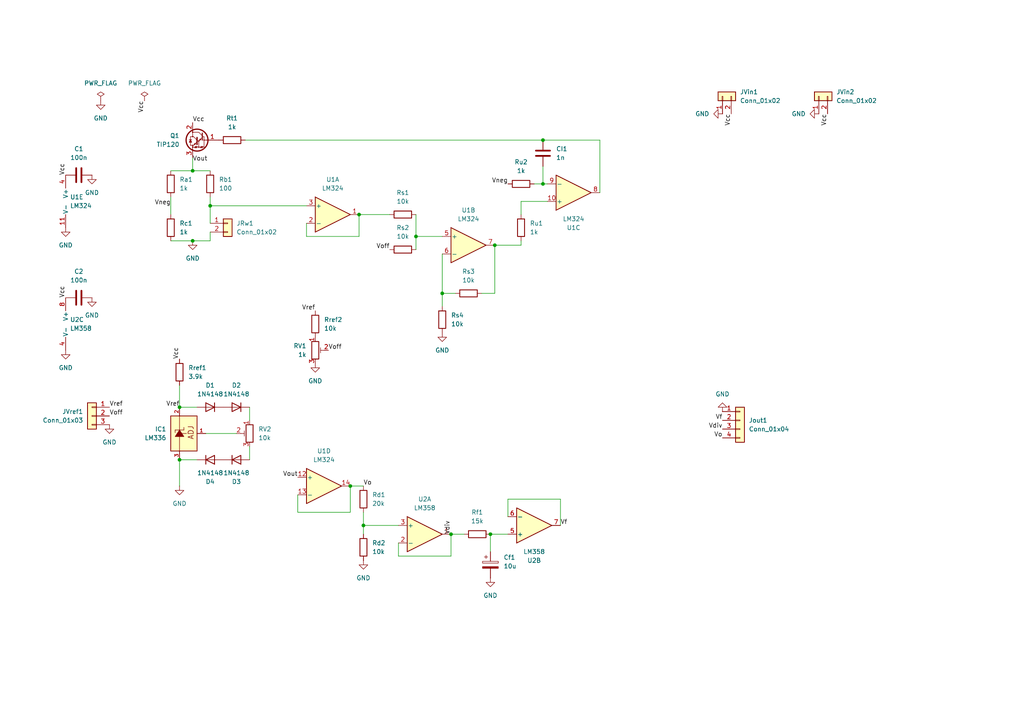
<source format=kicad_sch>
(kicad_sch (version 20250114) (generator "eeschema") (generator_version "9.0")
  (paper "A4")
  (lib_symbols
    (symbol "Amplifier_Operational:LM324" (pin_names (offset 0.127))
      (property "Reference" "U" (at 0 5.08 0))
      (property "Value" "LM324" (at 0 -5.08 0))
      (symbol "LM324_1_1"
        (polyline (pts (xy -5.08 5.08) (xy 5.08 0) (xy -5.08 -5.08) (xy -5.08 5.08)) (stroke (width 0.254)) (fill (type background)))
        (pin input line (at -7.62 2.54 0) (length 2.54) (name "+") (number "3"))
        (pin input line (at -7.62 -2.54 0) (length 2.54) (name "-") (number "2"))
        (pin output line (at 7.62 0 180) (length 2.54) (name "~") (number "1"))
      )
      (symbol "LM324_2_1"
        (polyline (pts (xy -5.08 5.08) (xy 5.08 0) (xy -5.08 -5.08) (xy -5.08 5.08)) (stroke (width 0.254)) (fill (type background)))
        (pin input line (at -7.62 2.54 0) (length 2.54) (name "+") (number "5"))
        (pin input line (at -7.62 -2.54 0) (length 2.54) (name "-") (number "6"))
        (pin output line (at 7.62 0 180) (length 2.54) (name "~") (number "7"))
      )
      (symbol "LM324_3_1"
        (polyline (pts (xy -5.08 5.08) (xy 5.08 0) (xy -5.08 -5.08) (xy -5.08 5.08)) (stroke (width 0.254)) (fill (type background)))
        (pin input line (at -7.62 2.54 0) (length 2.54) (name "+") (number "10"))
        (pin input line (at -7.62 -2.54 0) (length 2.54) (name "-") (number "9"))
        (pin output line (at 7.62 0 180) (length 2.54) (name "~") (number "8"))
      )
      (symbol "LM324_4_1"
        (polyline (pts (xy -5.08 5.08) (xy 5.08 0) (xy -5.08 -5.08) (xy -5.08 5.08)) (stroke (width 0.254)) (fill (type background)))
        (pin input line (at -7.62 2.54 0) (length 2.54) (name "+") (number "12"))
        (pin input line (at -7.62 -2.54 0) (length 2.54) (name "-") (number "13"))
        (pin output line (at 7.62 0 180) (length 2.54) (name "~") (number "14"))
      )
      (symbol "LM324_5_1"
        (pin power_in line (at -2.54 7.62 270) (length 3.81) (name "V+") (number "4"))
        (pin power_in line (at -2.54 -7.62 90) (length 3.81) (name "V-") (number "11"))
      )
    )
    (symbol "Amplifier_Operational:LM358" (pin_names (offset 0.127))
      (property "Reference" "U" (at 0 5.08 0))
      (property "Value" "LM358" (at 0 -5.08 0))
      (symbol "LM358_1_1"
        (polyline (pts (xy -5.08 5.08) (xy 5.08 0) (xy -5.08 -5.08) (xy -5.08 5.08)) (stroke (width 0.254)) (fill (type background)))
        (pin input line (at -7.62 2.54 0) (length 2.54) (name "+") (number "3"))
        (pin input line (at -7.62 -2.54 0) (length 2.54) (name "-") (number "2"))
        (pin output line (at 7.62 0 180) (length 2.54) (name "~") (number "1"))
      )
      (symbol "LM358_2_1"
        (polyline (pts (xy -5.08 5.08) (xy 5.08 0) (xy -5.08 -5.08) (xy -5.08 5.08)) (stroke (width 0.254)) (fill (type background)))
        (pin input line (at -7.62 2.54 0) (length 2.54) (name "+") (number "5"))
        (pin input line (at -7.62 -2.54 0) (length 2.54) (name "-") (number "6"))
        (pin output line (at 7.62 0 180) (length 2.54) (name "~") (number "7"))
      )
      (symbol "LM358_3_1"
        (pin power_in line (at -2.54 7.62 270) (length 3.81) (name "V+") (number "8"))
        (pin power_in line (at -2.54 -7.62 90) (length 3.81) (name "V-") (number "4"))
      )
    )
    (symbol "Connector_Generic:Conn_01x02" (pin_names (offset 1.016) (hide yes))
      (property "Reference" "J" (at 0 2.54 0))
      (property "Value" "Conn_01x02" (at 0 -5.08 0))
      (symbol "Conn_01x02_1_1"
        (rectangle (start -1.27 1.27) (end 1.27 -3.81) (stroke (width 0.254)) (fill (type background)))
        (rectangle (start -1.27 0.127) (end 0 -0.127) (stroke (width 0.1524)))
        (rectangle (start -1.27 -2.413) (end 0 -2.667) (stroke (width 0.1524)))
        (pin passive line (at -5.08 0 0) (length 3.81) (name "Pin_1") (number "1"))
        (pin passive line (at -5.08 -2.54 0) (length 3.81) (name "Pin_2") (number "2"))
      )
    )
    (symbol "Connector_Generic:Conn_01x03" (pin_names (offset 1.016) (hide yes))
      (property "Reference" "J" (at 0 5.08 0))
      (property "Value" "Conn_01x03" (at 0 -5.08 0))
      (symbol "Conn_01x03_1_1"
        (rectangle (start -1.27 3.81) (end 1.27 -3.81) (stroke (width 0.254)) (fill (type background)))
        (rectangle (start -1.27 2.667) (end 0 2.413) (stroke (width 0.1524)))
        (rectangle (start -1.27 0.127) (end 0 -0.127) (stroke (width 0.1524)))
        (rectangle (start -1.27 -2.413) (end 0 -2.667) (stroke (width 0.1524)))
        (pin passive line (at -5.08 2.54 0) (length 3.81) (name "Pin_1") (number "1"))
        (pin passive line (at -5.08 0 0) (length 3.81) (name "Pin_2") (number "2"))
        (pin passive line (at -5.08 -2.54 0) (length 3.81) (name "Pin_3") (number "3"))
      )
    )
    (symbol "Connector_Generic:Conn_01x04" (pin_names (offset 1.016) (hide yes))
      (property "Reference" "J" (at 0 5.08 0))
      (property "Value" "Conn_01x04" (at 0 -7.62 0))
      (symbol "Conn_01x04_1_1"
        (rectangle (start -1.27 3.81) (end 1.27 -6.35) (stroke (width 0.254)) (fill (type background)))
        (rectangle (start -1.27 2.667) (end 0 2.413) (stroke (width 0.1524)))
        (rectangle (start -1.27 0.127) (end 0 -0.127) (stroke (width 0.1524)))
        (rectangle (start -1.27 -2.413) (end 0 -2.667) (stroke (width 0.1524)))
        (rectangle (start -1.27 -4.953) (end 0 -5.207) (stroke (width 0.1524)))
        (pin passive line (at -5.08 2.54 0) (length 3.81) (name "Pin_1") (number "1"))
        (pin passive line (at -5.08 0 0) (length 3.81) (name "Pin_2") (number "2"))
        (pin passive line (at -5.08 -2.54 0) (length 3.81) (name "Pin_3") (number "3"))
        (pin passive line (at -5.08 -5.08 0) (length 3.81) (name "Pin_4") (number "4"))
      )
    )
    (symbol "Device:C" (pin_numbers (hide yes)) (pin_names (offset 0.254))
      (property "Reference" "C" (at 0.635 2.54 0))
      (property "Value" "C" (at 0.635 -2.54 0))
      (symbol "C_0_1"
        (polyline (pts (xy -2.032 0.762) (xy 2.032 0.762)) (stroke (width 0.508)))
        (polyline (pts (xy -2.032 -0.762) (xy 2.032 -0.762)) (stroke (width 0.508)))
      )
      (symbol "C_1_1"
        (pin passive line (at 0 3.81 270) (length 2.794) (name "~") (number "1"))
        (pin passive line (at 0 -3.81 90) (length 2.794) (name "~") (number "2"))
      )
    )
    (symbol "Device:C_Polarized" (pin_numbers (hide yes)) (pin_names (offset 0.254))
      (property "Reference" "C" (at 0.635 2.54 0))
      (property "Value" "C_Polarized" (at 0.635 -2.54 0))
      (symbol "C_Polarized_0_1"
        (rectangle (start -2.286 0.508) (end 2.286 1.016))
        (polyline (pts (xy -1.778 2.286) (xy -0.762 2.286)))
        (polyline (pts (xy -1.27 2.794) (xy -1.27 1.778)))
        (rectangle (start 2.286 -0.508) (end -2.286 -1.016) (fill (type outline)))
      )
      (symbol "C_Polarized_1_1"
        (pin passive line (at 0 3.81 270) (length 2.794) (name "~") (number "1"))
        (pin passive line (at 0 -3.81 90) (length 2.794) (name "~") (number "2"))
      )
    )
    (symbol "Device:R" (pin_numbers (hide yes)) (pin_names (offset 0))
      (property "Reference" "R" (at 2.032 0 90))
      (property "Value" "R" (at 0 0 90))
      (symbol "R_0_1"
        (rectangle (start -1.016 -2.54) (end 1.016 2.54) (stroke (width 0.254)))
      )
      (symbol "R_1_1"
        (pin passive line (at 0 3.81 270) (length 1.27) (name "~") (number "1"))
        (pin passive line (at 0 -3.81 90) (length 1.27) (name "~") (number "2"))
      )
    )
    (symbol "Device:R_Potentiometer_Trim" (pin_names (offset 1.016) (hide yes))
      (property "Reference" "RV" (at -4.445 0 90))
      (property "Value" "R_Potentiometer_Trim" (at -2.54 0 90))
      (symbol "R_Potentiometer_Trim_0_1"
        (rectangle (start 1.016 2.54) (end -1.016 -2.54) (stroke (width 0.254)))
        (polyline (pts (xy 1.524 0.762) (xy 1.524 -0.762)))
        (polyline (pts (xy 2.54 0) (xy 1.524 0)))
      )
      (symbol "R_Potentiometer_Trim_1_1"
        (pin passive line (at 0 3.81 270) (length 1.27) (name "1") (number "1"))
        (pin passive line (at 0 -3.81 90) (length 1.27) (name "3") (number "3"))
        (pin passive line (at 3.81 0 180) (length 1.27) (name "2") (number "2"))
      )
    )
    (symbol "Diode:1N4148" (pin_numbers (hide yes)) (pin_names (hide yes))
      (property "Reference" "D" (at 0 2.54 0))
      (property "Value" "1N4148" (at 0 -2.54 0))
      (symbol "1N4148_0_1"
        (polyline (pts (xy -1.27 1.27) (xy -1.27 -1.27)) (stroke (width 0.254)))
        (polyline (pts (xy 1.27 1.27) (xy 1.27 -1.27) (xy -1.27 0) (xy 1.27 1.27)) (stroke (width 0.254)))
        (polyline (pts (xy 1.27 0) (xy -1.27 0)))
      )
      (symbol "1N4148_1_1"
        (pin passive line (at -3.81 0 0) (length 2.54) (name "K") (number "1"))
        (pin passive line (at 3.81 0 180) (length 2.54) (name "A") (number "2"))
      )
    )
    (symbol "LM336:LM336" (pin_names (offset 1.016))
      (property "Reference" "IC" (at -5.0832 3.8124 0))
      (property "Value" "LM336" (at 2.5447 -7.6341 0))
      (symbol "LM336_0_0"
        (rectangle (start -5.08 -5.08) (end 5.08 2.54) (stroke (width 0.254)) (fill (type background)))
        (polyline (pts (xy 0 -2.032) (xy 0 -0.635)) (stroke (width 0.1524)))
        (polyline (pts (xy 0.254 1.27) (xy 1.016 1.27)) (stroke (width 0.1524)))
        (polyline (pts (xy 1.016 1.27) (xy 1.016 -1.27)) (stroke (width 0.1524)))
        (polyline (pts (xy 1.016 0) (xy -0.889 1.27) (xy -0.889 -1.27) (xy 1.016 0)) (stroke (width 0.1524)) (fill (type outline)))
        (polyline (pts (xy 1.016 -1.27) (xy 1.778 -1.27)) (stroke (width 0.1524)))
        (polyline (pts (xy 5.08 0) (xy -5.08 0)) (stroke (width 0.1524)))
        (text "ADJ" (at -1.7792 -4.1938 0) (effects (font (size 1.525 1.525)) (justify left bottom)))
        (pin input line (at -7.62 0 0) (length 2.54) (name "~") (number "3"))
        (pin input line (at 0 -7.62 90) (length 2.54) (name "~") (number "1"))
        (pin passive line (at 7.62 0 180) (length 2.54) (name "~") (number "2"))
      )
    )
    (symbol "Transistor_BJT:TIP120" (pin_names (offset 0) (hide yes))
      (property "Reference" "Q" (at 5.08 1.905 0))
      (property "Value" "TIP120" (at 5.08 0 0))
      (symbol "TIP120_0_1"
        (polyline (pts (xy -1.27 0) (xy -0.889 0)))
        (circle (center -0.762 0) (radius 0.127))
        (polyline (pts (xy -0.254 2.032) (xy -0.254 0) (xy -0.254 0)) (stroke (width 0.3048)))
        (polyline (pts (xy -0.254 1.27) (xy 0.762 2.286) (xy 2.54 2.286)))
        (polyline (pts (xy -0.254 1.016) (xy -0.762 1.016) (xy -0.762 -2.032)))
        (polyline (pts (xy -0.254 0.762) (xy 0.762 -0.254) (xy 1.27 -0.254)))
        (polyline (pts (xy 0.635 -0.127) (xy 0.381 0.381) (xy 0.127 0.127) (xy 0.635 -0.127)))
        (polyline (pts (xy 0.762 -0.254) (xy 0.762 -2.032) (xy 1.143 -2.032) (xy 1.27 -1.778) (xy 1.397 -2.286) (xy 1.524 -1.778) (xy 1.651 -2.286) (xy 1.778 -1.778) (xy 1.905 -2.286) (xy 2.032 -2.032) (xy 2.54 -2.032)))
        (circle (center 0.762 -0.254) (radius 0.127))
        (polyline (pts (xy 0.762 -2.032) (xy 0.381 -2.032) (xy 0.254 -2.286) (xy 0.127 -1.778) (xy 0 -2.286) (xy -0.127 -1.778) (xy -0.254 -2.286) (xy -0.381 -1.778) (xy -0.508 -2.032) (xy -0.762 -2.032)))
        (circle (center 0.762 -2.032) (radius 0.127))
        (polyline (pts (xy 1.27 0.762) (xy 1.27 -1.27) (xy 1.27 -1.27)) (stroke (width 0.381)))
        (polyline (pts (xy 1.27 0) (xy 2.286 1.016) (xy 2.54 1.016) (xy 2.54 2.286)))
        (circle (center 1.27 0) (radius 3.175) (stroke (width 0.3556)))
        (polyline (pts (xy 1.27 -0.508) (xy 2.286 -1.524) (xy 2.54 -1.524) (xy 2.54 -2.032)))
        (polyline (pts (xy 2.159 -1.397) (xy 1.905 -0.889) (xy 1.651 -1.143) (xy 2.159 -1.397)))
        (circle (center 2.54 2.286) (radius 0.127))
        (circle (center 2.54 1.016) (radius 0.127))
        (polyline (pts (xy 2.54 -1.524) (xy 3.175 -1.524)))
        (circle (center 2.54 -1.524) (radius 0.127))
        (polyline (pts (xy 2.54 -2.032) (xy 2.54 -2.54)))
        (circle (center 2.54 -2.032) (radius 0.127))
        (polyline (pts (xy 2.794 0.127) (xy 3.556 0.127)))
        (polyline (pts (xy 3.175 1.016) (xy 2.54 1.016)))
        (polyline (pts (xy 3.175 1.016) (xy 3.175 0.127)))
        (polyline (pts (xy 3.175 0.127) (xy 2.794 -0.635) (xy 3.556 -0.635) (xy 3.175 0.127)) (fill (type outline)))
        (polyline (pts (xy 3.175 -0.635) (xy 3.175 -1.524)))
      )
      (symbol "TIP120_1_1"
        (pin input line (at -5.08 0 0) (length 3.81) (name "B") (number "1"))
        (pin passive line (at 2.54 5.08 270) (length 2.667) (name "C") (number "2"))
        (pin passive line (at 2.54 -5.08 90) (length 2.54) (name "E") (number "3"))
      )
    )
    (symbol "power:GND" (power) (pin_numbers (hide yes)) (pin_names (offset 0) (hide yes))
      (property "Value" "GND" (at 0 -3.81 0))
      (symbol "GND_0_1"
        (polyline (pts (xy 0 0) (xy 0 -1.27) (xy 1.27 -1.27) (xy 0 -2.54) (xy -1.27 -1.27) (xy 0 -1.27)))
      )
      (symbol "GND_1_1"
        (pin power_in line (at 0 0 270) (length 0) (name "~") (number "1"))
      )
    )
    (symbol "power:PWR_FLAG" (power) (pin_numbers (hide yes)) (pin_names (offset 0) (hide yes))
      (property "Value" "PWR_FLAG" (at 0 3.81 0))
      (symbol "PWR_FLAG_0_0"
        (pin power_out line (at 0 0 90) (length 0) (name "~") (number "1"))
      )
      (symbol "PWR_FLAG_0_1"
        (polyline (pts (xy 0 0) (xy 0 1.27) (xy -1.016 1.905) (xy 0 2.54) (xy 1.016 1.905) (xy 0 1.27)))
      )
    )
  )
  (junction (at 157.48 53.34))
  (junction (at 157.48 40.64))
  (junction (at 120.65 68.58))
  (junction (at 52.07 133.35))
  (junction (at 52.07 118.11))
  (junction (at 101.6 140.97))
  (junction (at 55.88 69.85))
  (junction (at 143.51 71.12))
  (junction (at 104.14 62.23))
  (junction (at 60.96 59.69))
  (junction (at 128.27 85.09))
  (junction (at 105.41 152.4))
  (junction (at 130.81 154.94))
  (junction (at 142.24 154.94))
  (junction (at 55.88 49.53))
  (wire (pts (xy 49.53 69.85) (xy 55.88 69.85)))
  (wire (pts (xy 72.39 129.54) (xy 72.39 133.35)))
  (wire (pts (xy 104.14 68.58) (xy 104.14 62.23)))
  (wire (pts (xy 157.48 40.64) (xy 173.99 40.64)))
  (wire (pts (xy 49.53 49.53) (xy 55.88 49.53)))
  (wire (pts (xy 139.7 85.09) (xy 143.51 85.09)))
  (wire (pts (xy 104.14 62.23) (xy 113.03 62.23)))
  (wire (pts (xy 55.88 45.72) (xy 55.88 49.53)))
  (wire (pts (xy 105.41 152.4) (xy 115.57 152.4)))
  (wire (pts (xy 151.13 62.23) (xy 151.13 58.42)))
  (wire (pts (xy 55.88 69.85) (xy 60.96 69.85)))
  (wire (pts (xy 143.51 85.09) (xy 143.51 71.12)))
  (wire (pts (xy 105.41 152.4) (xy 105.41 154.94)))
  (wire (pts (xy 55.88 49.53) (xy 60.96 49.53)))
  (wire (pts (xy 101.6 140.97) (xy 105.41 140.97)))
  (wire (pts (xy 128.27 73.66) (xy 128.27 85.09)))
  (wire (pts (xy 88.9 68.58) (xy 104.14 68.58)))
  (wire (pts (xy 151.13 71.12) (xy 143.51 71.12)))
  (wire (pts (xy 71.12 40.64) (xy 157.48 40.64)))
  (wire (pts (xy 173.99 40.64) (xy 173.99 55.88)))
  (wire (pts (xy 59.69 125.73) (xy 68.58 125.73)))
  (wire (pts (xy 52.07 111.76) (xy 52.07 118.11)))
  (wire (pts (xy 157.48 53.34) (xy 158.75 53.34)))
  (wire (pts (xy 151.13 69.85) (xy 151.13 71.12)))
  (wire (pts (xy 72.39 118.11) (xy 72.39 121.92)))
  (wire (pts (xy 101.6 148.59) (xy 101.6 140.97)))
  (wire (pts (xy 130.81 154.94) (xy 134.62 154.94)))
  (wire (pts (xy 128.27 85.09) (xy 132.08 85.09)))
  (wire (pts (xy 128.27 85.09) (xy 128.27 88.9)))
  (wire (pts (xy 130.81 161.29) (xy 130.81 154.94)))
  (wire (pts (xy 60.96 59.69) (xy 60.96 64.77)))
  (wire (pts (xy 115.57 161.29) (xy 130.81 161.29)))
  (wire (pts (xy 128.27 68.58) (xy 120.65 68.58)))
  (wire (pts (xy 142.24 154.94) (xy 142.24 160.02)))
  (wire (pts (xy 147.32 149.86) (xy 147.32 144.78)))
  (wire (pts (xy 52.07 133.35) (xy 52.07 140.97)))
  (wire (pts (xy 162.56 144.78) (xy 162.56 152.4)))
  (wire (pts (xy 60.96 69.85) (xy 60.96 67.31)))
  (wire (pts (xy 49.53 57.15) (xy 49.53 62.23)))
  (wire (pts (xy 115.57 157.48) (xy 115.57 161.29)))
  (wire (pts (xy 151.13 58.42) (xy 158.75 58.42)))
  (wire (pts (xy 88.9 64.77) (xy 88.9 68.58)))
  (wire (pts (xy 154.94 53.34) (xy 157.48 53.34)))
  (wire (pts (xy 142.24 154.94) (xy 147.32 154.94)))
  (wire (pts (xy 120.65 68.58) (xy 120.65 72.39)))
  (wire (pts (xy 52.07 133.35) (xy 57.15 133.35)))
  (wire (pts (xy 105.41 148.59) (xy 105.41 152.4)))
  (wire (pts (xy 157.48 48.26) (xy 157.48 53.34)))
  (wire (pts (xy 52.07 118.11) (xy 57.15 118.11)))
  (wire (pts (xy 86.36 143.51) (xy 86.36 148.59)))
  (wire (pts (xy 147.32 144.78) (xy 162.56 144.78)))
  (wire (pts (xy 86.36 148.59) (xy 101.6 148.59)))
  (wire (pts (xy 60.96 57.15) (xy 60.96 59.69)))
  (wire (pts (xy 120.65 62.23) (xy 120.65 68.58)))
  (wire (pts (xy 60.96 59.69) (xy 88.9 59.69)))
  (label "Vcc" (at 240.03 33.02 270))
  (label "Vcc" (at 55.88 35.56 0))
  (label "Vf" (at 162.56 152.4 0))
  (label "Vout" (at 55.88 46.99 0))
  (label "Vref" (at 91.44 90.17 180))
  (label "Vo" (at 105.41 140.97 0))
  (label "Vneg" (at 147.32 53.34 180))
  (label "Vcc" (at 52.07 104.14 90))
  (label "Vf" (at 209.55 121.92 180))
  (label "Voff" (at 95.25 101.6 0))
  (label "Vref" (at 31.75 118.11 0))
  (label "Vref" (at 52.07 118.11 180))
  (label "Voff" (at 113.03 72.39 180))
  (label "Voff" (at 31.75 120.65 0))
  (label "Vout" (at 86.36 138.43 180))
  (label "Vcc" (at 212.09 33.02 270))
  (label "Vcc" (at 19.05 50.8 90))
  (label "Vneg" (at 49.53 59.69 180))
  (label "Vdiv" (at 130.81 154.94 90))
  (label "Vo" (at 209.55 127 180))
  (label "Vcc" (at 41.91 29.21 270))
  (label "Vdiv" (at 209.55 124.46 180))
  (label "Vcc" (at 19.05 86.36 90))
  (symbol (lib_id "Device:R") (at 49.53 53.34 0) (unit 1)
    (property "Reference" "Ra1" (at 52.07 52.0699 0) (effects (justify left)))
    (property "Value" "1k" (at 52.07 54.6099 0) (effects (justify left)))
    (property "Footprint" "Resistor_THT:R_Axial_DIN0207_L6.3mm_D2.5mm_P10.16mm_Horizontal" (effects (hide yes)))
    (property "Description" "Resistor" (effects (hide yes)))
  )
  (symbol (lib_id "Diode:1N4148") (at 68.58 118.11 0) (mirror y) (unit 1)
    (property "Reference" "D2" (at 68.58 111.76 0))
    (property "Value" "1N4148" (at 68.58 114.3 0))
    (property "Footprint" "Diode_THT:D_DO-35_SOD27_P7.62mm_Horizontal" (effects (hide yes)))
    (property "Datasheet" "https://assets.nexperia.com/documents/data-sheet/1N4148_1N4448.pdf" (effects (hide yes)))
    (property "Description" "100V 0.15A standard switching diode, DO-35" (effects (hide yes)))
    (property "Sim.Device" "D" (effects (hide yes)))
    (property "Sim.Pins" "1=K 2=A" (effects (hide yes)))
  )
  (symbol (lib_id "Device:R_Potentiometer_Trim") (at 72.39 125.73 0) (mirror y) (unit 1)
    (property "Reference" "RV2" (at 74.93 124.4599 0) (effects (justify right)))
    (property "Value" "10k" (at 74.93 126.9999 0) (effects (justify right)))
    (property "Footprint" "Potentiometer_THT:Potentiometer_Bourns_3296W_Vertical" (effects (hide yes)))
    (property "Description" "Trim-potentiometer" (effects (hide yes)))
  )
  (symbol (lib_id "Device:C_Polarized") (at 142.24 163.83 0) (unit 1)
    (property "Reference" "Cf1" (at 146.05 161.6709 0) (effects (justify left)))
    (property "Value" "10u" (at 146.05 164.2109 0) (effects (justify left)))
    (property "Footprint" "Capacitor_THT:CP_Radial_D5.0mm_P2.50mm" (effects (hide yes)))
    (property "Description" "Polarized capacitor" (effects (hide yes)))
  )
  (symbol (lib_id "Device:R") (at 105.41 144.78 180) (unit 1)
    (property "Reference" "Rd1" (at 107.95 143.5099 0) (effects (justify right)))
    (property "Value" "20k" (at 107.95 146.0499 0) (effects (justify right)))
    (property "Footprint" "Resistor_THT:R_Axial_DIN0207_L6.3mm_D2.5mm_P10.16mm_Horizontal" (effects (hide yes)))
    (property "Description" "Resistor" (effects (hide yes)))
  )
  (symbol (lib_id "Device:R") (at 116.84 72.39 90) (unit 1)
    (property "Reference" "Rs2" (at 116.84 66.04 90))
    (property "Value" "10k" (at 116.84 68.58 90))
    (property "Footprint" "Resistor_THT:R_Axial_DIN0207_L6.3mm_D2.5mm_P10.16mm_Horizontal" (effects (hide yes)))
    (property "Description" "Resistor" (effects (hide yes)))
  )
  (symbol (lib_id "Device:R") (at 105.41 158.75 180) (unit 1)
    (property "Reference" "Rd2" (at 107.95 157.4799 0) (effects (justify right)))
    (property "Value" "10k" (at 107.95 160.0199 0) (effects (justify right)))
    (property "Footprint" "Resistor_THT:R_Axial_DIN0207_L6.3mm_D2.5mm_P10.16mm_Horizontal" (effects (hide yes)))
    (property "Description" "Resistor" (effects (hide yes)))
  )
  (symbol (lib_id "power:GND") (at 31.75 123.19 0) (unit 1)
    (property "Reference" "#PWR014" (effects (hide yes)))
    (property "Value" "GND" (at 31.75 128.27 0))
    (property "Description" "Power symbol creates a global label with name \"GND\" , ground" (effects (hide yes)))
  )
  (symbol (lib_id "Diode:1N4148") (at 60.96 133.35 0) (mirror x) (unit 1)
    (property "Reference" "D4" (at 60.96 139.7 0))
    (property "Value" "1N4148" (at 60.96 137.16 0))
    (property "Footprint" "Diode_THT:D_DO-35_SOD27_P7.62mm_Horizontal" (effects (hide yes)))
    (property "Datasheet" "https://assets.nexperia.com/documents/data-sheet/1N4148_1N4448.pdf" (effects (hide yes)))
    (property "Description" "100V 0.15A standard switching diode, DO-35" (effects (hide yes)))
    (property "Sim.Device" "D" (effects (hide yes)))
    (property "Sim.Pins" "1=K 2=A" (effects (hide yes)))
  )
  (symbol (lib_id "Amplifier_Operational:LM358") (at 123.19 154.94 0) (unit 1)
    (property "Reference" "U2" (at 123.19 144.78 0))
    (property "Value" "LM358" (at 123.19 147.32 0))
    (property "Footprint" "Package_DIP:DIP-8_W7.62mm_Socket_LongPads" (effects (hide yes)))
    (property "Datasheet" "http://www.ti.com/lit/ds/symlink/lm2904-n.pdf" (effects (hide yes)))
    (property "Description" "Low-Power, Dual Operational Amplifiers, DIP-8/SOIC-8/TO-99-8" (effects (hide yes)))
  )
  (symbol (lib_id "Amplifier_Operational:LM358") (at 154.94 152.4 0) (mirror x) (unit 2)
    (property "Reference" "U2" (at 154.94 162.56 0))
    (property "Value" "LM358" (at 154.94 160.02 0))
    (property "Footprint" "Package_DIP:DIP-8_W7.62mm_Socket_LongPads" (effects (hide yes)))
    (property "Datasheet" "http://www.ti.com/lit/ds/symlink/lm2904-n.pdf" (effects (hide yes)))
    (property "Description" "Low-Power, Dual Operational Amplifiers, DIP-8/SOIC-8/TO-99-8" (effects (hide yes)))
  )
  (symbol (lib_id "power:GND") (at 142.24 167.64 0) (unit 1)
    (property "Reference" "#PWR09" (effects (hide yes)))
    (property "Value" "GND" (at 142.24 172.72 0))
    (property "Description" "Power symbol creates a global label with name \"GND\" , ground" (effects (hide yes)))
  )
  (symbol (lib_id "Device:R") (at 151.13 66.04 180) (unit 1)
    (property "Reference" "Ru1" (at 153.67 64.7699 0) (effects (justify right)))
    (property "Value" "1k" (at 153.67 67.3099 0) (effects (justify right)))
    (property "Footprint" "Resistor_THT:R_Axial_DIN0207_L6.3mm_D2.5mm_P10.16mm_Horizontal" (effects (hide yes)))
    (property "Description" "Resistor" (effects (hide yes)))
  )
  (symbol (lib_id "power:GND") (at 26.67 86.36 0) (unit 1)
    (property "Reference" "#PWR07" (effects (hide yes)))
    (property "Value" "GND" (at 26.67 91.44 0))
    (property "Description" "Power symbol creates a global label with name \"GND\" , ground" (effects (hide yes)))
  )
  (symbol (lib_id "power:GND") (at 209.55 33.02 270) (unit 1)
    (property "Reference" "#PWR010" (effects (hide yes)))
    (property "Value" "GND" (at 205.74 33.0199 90) (effects (justify right)))
    (property "Description" "Power symbol creates a global label with name \"GND\" , ground" (effects (hide yes)))
  )
  (symbol (lib_id "Amplifier_Operational:LM324") (at 96.52 62.23 0) (unit 1)
    (property "Reference" "U1" (at 96.52 52.07 0))
    (property "Value" "LM324" (at 96.52 54.61 0))
    (property "Footprint" "Package_DIP:DIP-14_W7.62mm_LongPads" (effects (hide yes)))
    (property "Datasheet" "http://www.ti.com/lit/ds/symlink/lm2902-n.pdf" (effects (hide yes)))
    (property "Description" "Low-Power, Quad-Operational Amplifiers, DIP-14/SOIC-14/SSOP-14" (effects (hide yes)))
  )
  (symbol (lib_id "Connector_Generic:Conn_01x04") (at 214.63 121.92 0) (unit 1)
    (property "Reference" "Jout1" (at 217.17 121.9199 0) (effects (justify left)))
    (property "Value" "Conn_01x04" (at 217.17 124.4599 0) (effects (justify left)))
    (property "Footprint" "Connector_PinHeader_2.54mm:PinHeader_1x04_P2.54mm_Vertical" (effects (hide yes)))
    (property "Description" "Generic connector, single row, 01x04, script generated (kicad-library-utils/schlib/autogen/connector/)" (effects (hide yes)))
  )
  (symbol (lib_id "power:GND") (at 29.21 29.21 0) (unit 1)
    (property "Reference" "#PWR02" (effects (hide yes)))
    (property "Value" "GND" (at 29.21 34.29 0))
    (property "Description" "Power symbol creates a global label with name \"GND\" , ground" (effects (hide yes)))
  )
  (symbol (lib_id "Device:C") (at 157.48 44.45 0) (unit 1)
    (property "Reference" "CI1" (at 161.29 43.1799 0) (effects (justify left)))
    (property "Value" "1n" (at 161.29 45.7199 0) (effects (justify left)))
    (property "Footprint" "Capacitor_THT:C_Rect_L7.2mm_W3.5mm_P5.00mm_FKS2_FKP2_MKS2_MKP2" (effects (hide yes)))
    (property "Description" "Unpolarized capacitor" (effects (hide yes)))
  )
  (symbol (lib_id "Amplifier_Operational:LM324") (at 93.98 140.97 0) (unit 4)
    (property "Reference" "U1" (at 93.98 130.81 0))
    (property "Value" "LM324" (at 93.98 133.35 0))
    (property "Footprint" "Package_DIP:DIP-14_W7.62mm_LongPads" (effects (hide yes)))
    (property "Datasheet" "http://www.ti.com/lit/ds/symlink/lm2902-n.pdf" (effects (hide yes)))
    (property "Description" "Low-Power, Quad-Operational Amplifiers, DIP-14/SOIC-14/SSOP-14" (effects (hide yes)))
  )
  (symbol (lib_id "Device:R") (at 116.84 62.23 90) (unit 1)
    (property "Reference" "Rs1" (at 116.84 55.88 90))
    (property "Value" "10k" (at 116.84 58.42 90))
    (property "Footprint" "Resistor_THT:R_Axial_DIN0207_L6.3mm_D2.5mm_P10.16mm_Horizontal" (effects (hide yes)))
    (property "Description" "Resistor" (effects (hide yes)))
  )
  (symbol (lib_id "Amplifier_Operational:LM324") (at 21.59 58.42 0) (unit 5)
    (property "Reference" "U1" (at 20.32 57.1499 0) (effects (justify left)))
    (property "Value" "LM324" (at 20.32 59.6899 0) (effects (justify left)))
    (property "Footprint" "Package_DIP:DIP-14_W7.62mm_LongPads" (effects (hide yes)))
    (property "Datasheet" "http://www.ti.com/lit/ds/symlink/lm2902-n.pdf" (effects (hide yes)))
    (property "Description" "Low-Power, Quad-Operational Amplifiers, DIP-14/SOIC-14/SSOP-14" (effects (hide yes)))
  )
  (symbol (lib_id "Connector_Generic:Conn_01x03") (at 26.67 120.65 0) (mirror y) (unit 1)
    (property "Reference" "JVref1" (at 24.13 119.3799 0) (effects (justify left)))
    (property "Value" "Conn_01x03" (at 24.13 121.9199 0) (effects (justify left)))
    (property "Footprint" "Connector_PinHeader_2.54mm:PinHeader_1x03_P2.54mm_Vertical" (effects (hide yes)))
    (property "Description" "Generic connector, single row, 01x03, script generated (kicad-library-utils/schlib/autogen/connector/)" (effects (hide yes)))
  )
  (symbol (lib_id "Diode:1N4148") (at 68.58 133.35 0) (mirror x) (unit 1)
    (property "Reference" "D3" (at 68.58 139.7 0))
    (property "Value" "1N4148" (at 68.58 137.16 0))
    (property "Footprint" "Diode_THT:D_DO-35_SOD27_P7.62mm_Horizontal" (effects (hide yes)))
    (property "Datasheet" "https://assets.nexperia.com/documents/data-sheet/1N4148_1N4448.pdf" (effects (hide yes)))
    (property "Description" "100V 0.15A standard switching diode, DO-35" (effects (hide yes)))
    (property "Sim.Device" "D" (effects (hide yes)))
    (property "Sim.Pins" "1=K 2=A" (effects (hide yes)))
  )
  (symbol (lib_id "power:GND") (at 105.41 162.56 0) (unit 1)
    (property "Reference" "#PWR06" (effects (hide yes)))
    (property "Value" "GND" (at 105.41 167.64 0))
    (property "Description" "Power symbol creates a global label with name \"GND\" , ground" (effects (hide yes)))
  )
  (symbol (lib_id "power:PWR_FLAG") (at 41.91 29.21 0) (unit 1)
    (property "Reference" "#FLG01" (effects (hide yes)))
    (property "Value" "PWR_FLAG" (at 41.91 24.13 0))
    (property "Description" "Special symbol for telling ERC where power comes from" (effects (hide yes)))
  )
  (symbol (lib_id "power:GND") (at 26.67 50.8 0) (unit 1)
    (property "Reference" "#PWR08" (effects (hide yes)))
    (property "Value" "GND" (at 26.67 55.88 0))
    (property "Description" "Power symbol creates a global label with name \"GND\" , ground" (effects (hide yes)))
  )
  (symbol (lib_id "power:GND") (at 52.07 140.97 0) (unit 1)
    (property "Reference" "#PWR013" (effects (hide yes)))
    (property "Value" "GND" (at 52.07 146.05 0))
    (property "Description" "Power symbol creates a global label with name \"GND\" , ground" (effects (hide yes)))
  )
  (symbol (lib_id "Device:C") (at 22.86 86.36 90) (unit 1)
    (property "Reference" "C2" (at 22.86 78.74 90))
    (property "Value" "100n" (at 22.86 81.28 90))
    (property "Footprint" "Capacitor_THT:C_Disc_D5.0mm_W2.5mm_P2.50mm" (effects (hide yes)))
    (property "Description" "Unpolarized capacitor" (effects (hide yes)))
  )
  (symbol (lib_id "Device:R") (at 52.07 107.95 180) (unit 1)
    (property "Reference" "Rref1" (at 54.61 106.6799 0) (effects (justify right)))
    (property "Value" "3.9k" (at 54.61 109.2199 0) (effects (justify right)))
    (property "Footprint" "Resistor_THT:R_Axial_DIN0207_L6.3mm_D2.5mm_P10.16mm_Horizontal" (effects (hide yes)))
    (property "Description" "Resistor" (effects (hide yes)))
  )
  (symbol (lib_id "Device:R") (at 135.89 85.09 90) (unit 1)
    (property "Reference" "Rs3" (at 135.89 78.74 90))
    (property "Value" "10k" (at 135.89 81.28 90))
    (property "Footprint" "Resistor_THT:R_Axial_DIN0207_L6.3mm_D2.5mm_P10.16mm_Horizontal" (effects (hide yes)))
    (property "Description" "Resistor" (effects (hide yes)))
  )
  (symbol (lib_id "Connector_Generic:Conn_01x02") (at 66.04 64.77 0) (unit 1)
    (property "Reference" "JRw1" (at 68.58 64.7699 0) (effects (justify left)))
    (property "Value" "Conn_01x02" (at 68.58 67.3099 0) (effects (justify left)))
    (property "Footprint" "Connector_PinHeader_2.54mm:PinHeader_1x02_P2.54mm_Vertical" (effects (hide yes)))
    (property "Description" "Generic connector, single row, 01x02, script generated (kicad-library-utils/schlib/autogen/connector/)" (effects (hide yes)))
  )
  (symbol (lib_id "Amplifier_Operational:LM358") (at 21.59 93.98 0) (unit 3)
    (property "Reference" "U2" (at 20.32 92.7099 0) (effects (justify left)))
    (property "Value" "LM358" (at 20.32 95.2499 0) (effects (justify left)))
    (property "Footprint" "Package_DIP:DIP-8_W7.62mm_Socket_LongPads" (effects (hide yes)))
    (property "Datasheet" "http://www.ti.com/lit/ds/symlink/lm2904-n.pdf" (effects (hide yes)))
    (property "Description" "Low-Power, Dual Operational Amplifiers, DIP-8/SOIC-8/TO-99-8" (effects (hide yes)))
  )
  (symbol (lib_id "power:GND") (at 55.88 69.85 0) (unit 1)
    (property "Reference" "#PWR01" (effects (hide yes)))
    (property "Value" "GND" (at 55.88 74.93 0))
    (property "Description" "Power symbol creates a global label with name \"GND\" , ground" (effects (hide yes)))
  )
  (symbol (lib_id "power:GND") (at 19.05 101.6 0) (unit 1)
    (property "Reference" "#PWR05" (effects (hide yes)))
    (property "Value" "GND" (at 19.05 106.68 0))
    (property "Description" "Power symbol creates a global label with name \"GND\" , ground" (effects (hide yes)))
  )
  (symbol (lib_id "LM336:LM336") (at 52.07 125.73 90) (unit 1)
    (property "Reference" "IC1" (at 48.26 124.4599 90) (effects (justify left)))
    (property "Value" "LM336" (at 48.26 126.9999 90) (effects (justify left)))
    (property "Footprint" "Package_TO_SOT_THT:TO-92L_Inline_Wide" (effects (hide yes)))
    (property "MF" "Texas Instruments" (effects (hide yes)))
    (property "Description_1" "IC VREF SHUNT 4% TO92-3" (effects (hide yes)))
    (property "Package" "None" (effects (hide yes)))
    (property "Price" "None" (effects (hide yes)))
    (property "SnapEDA_Link" "https://www.snapeda.com/parts/LM336/Texas+Instruments/view-part/?ref=snap" (effects (hide yes)))
    (property "MP" "LM336" (effects (hide yes)))
    (property "Availability" "In Stock" (effects (hide yes)))
    (property "Check_prices" "https://www.snapeda.com/parts/LM336/Texas+Instruments/view-part/?ref=eda" (effects (hide yes)))
  )
  (symbol (lib_id "Connector_Generic:Conn_01x02") (at 209.55 27.94 90) (unit 1)
    (property "Reference" "JVin1" (at 214.63 26.6699 90) (effects (justify right)))
    (property "Value" "Conn_01x02" (at 214.63 29.2099 90) (effects (justify right)))
    (property "Footprint" "TerminalBlock_Phoenix:TerminalBlock_Phoenix_MKDS-1,5-2-5.08_1x02_P5.08mm_Horizontal" (effects (hide yes)))
    (property "Description" "Generic connector, single row, 01x02, script generated (kicad-library-utils/schlib/autogen/connector/)" (effects (hide yes)))
  )
  (symbol (lib_id "Device:R") (at 60.96 53.34 0) (unit 1)
    (property "Reference" "Rb1" (at 63.5 52.0699 0) (effects (justify left)))
    (property "Value" "100" (at 63.5 54.6099 0) (effects (justify left)))
    (property "Footprint" "Resistor_THT:R_Axial_DIN0414_L11.9mm_D4.5mm_P15.24mm_Horizontal" (effects (hide yes)))
    (property "Description" "Resistor" (effects (hide yes)))
  )
  (symbol (lib_id "Device:R") (at 128.27 92.71 180) (unit 1)
    (property "Reference" "Rs4" (at 130.81 91.4399 0) (effects (justify right)))
    (property "Value" "10k" (at 130.81 93.9799 0) (effects (justify right)))
    (property "Footprint" "Resistor_THT:R_Axial_DIN0207_L6.3mm_D2.5mm_P10.16mm_Horizontal" (effects (hide yes)))
    (property "Description" "Resistor" (effects (hide yes)))
  )
  (symbol (lib_id "Diode:1N4148") (at 60.96 118.11 0) (mirror y) (unit 1)
    (property "Reference" "D1" (at 60.96 111.76 0))
    (property "Value" "1N4148" (at 60.96 114.3 0))
    (property "Footprint" "Diode_THT:D_DO-35_SOD27_P7.62mm_Horizontal" (effects (hide yes)))
    (property "Datasheet" "https://assets.nexperia.com/documents/data-sheet/1N4148_1N4448.pdf" (effects (hide yes)))
    (property "Description" "100V 0.15A standard switching diode, DO-35" (effects (hide yes)))
    (property "Sim.Device" "D" (effects (hide yes)))
    (property "Sim.Pins" "1=K 2=A" (effects (hide yes)))
  )
  (symbol (lib_id "Device:R") (at 138.43 154.94 90) (unit 1)
    (property "Reference" "Rf1" (at 138.43 148.59 90))
    (property "Value" "15k" (at 138.43 151.13 90))
    (property "Footprint" "Resistor_THT:R_Axial_DIN0207_L6.3mm_D2.5mm_P10.16mm_Horizontal" (effects (hide yes)))
    (property "Description" "Resistor" (effects (hide yes)))
  )
  (symbol (lib_id "Device:R") (at 91.44 93.98 180) (unit 1)
    (property "Reference" "Rref2" (at 93.98 92.7099 0) (effects (justify right)))
    (property "Value" "10k" (at 93.98 95.2499 0) (effects (justify right)))
    (property "Footprint" "Resistor_THT:R_Axial_DIN0207_L6.3mm_D2.5mm_P10.16mm_Horizontal" (effects (hide yes)))
    (property "Description" "Resistor" (effects (hide yes)))
  )
  (symbol (lib_id "Device:C") (at 22.86 50.8 90) (unit 1)
    (property "Reference" "C1" (at 22.86 43.18 90))
    (property "Value" "100n" (at 22.86 45.72 90))
    (property "Footprint" "Capacitor_THT:C_Disc_D5.0mm_W2.5mm_P2.50mm" (effects (hide yes)))
    (property "Description" "Unpolarized capacitor" (effects (hide yes)))
  )
  (symbol (lib_id "Device:R") (at 67.31 40.64 90) (unit 1)
    (property "Reference" "Rt1" (at 67.31 34.29 90))
    (property "Value" "1k" (at 67.31 36.83 90))
    (property "Footprint" "Resistor_THT:R_Axial_DIN0207_L6.3mm_D2.5mm_P10.16mm_Horizontal" (effects (hide yes)))
    (property "Description" "Resistor" (effects (hide yes)))
  )
  (symbol (lib_id "Amplifier_Operational:LM324") (at 166.37 55.88 0) (mirror x) (unit 3)
    (property "Reference" "U1" (at 166.37 66.04 0))
    (property "Value" "LM324" (at 166.37 63.5 0))
    (property "Footprint" "Package_DIP:DIP-14_W7.62mm_LongPads" (effects (hide yes)))
    (property "Datasheet" "http://www.ti.com/lit/ds/symlink/lm2902-n.pdf" (effects (hide yes)))
    (property "Description" "Low-Power, Quad-Operational Amplifiers, DIP-14/SOIC-14/SSOP-14" (effects (hide yes)))
  )
  (symbol (lib_id "power:PWR_FLAG") (at 29.21 29.21 0) (unit 1)
    (property "Reference" "#FLG02" (effects (hide yes)))
    (property "Value" "PWR_FLAG" (at 29.21 24.13 0))
    (property "Description" "Special symbol for telling ERC where power comes from" (effects (hide yes)))
  )
  (symbol (lib_id "power:GND") (at 91.44 105.41 0) (unit 1)
    (property "Reference" "#PWR015" (effects (hide yes)))
    (property "Value" "GND" (at 91.44 110.49 0))
    (property "Description" "Power symbol creates a global label with name \"GND\" , ground" (effects (hide yes)))
  )
  (symbol (lib_id "Connector_Generic:Conn_01x02") (at 237.49 27.94 90) (unit 1)
    (property "Reference" "JVin2" (at 242.57 26.6699 90) (effects (justify right)))
    (property "Value" "Conn_01x02" (at 242.57 29.2099 90) (effects (justify right)))
    (property "Footprint" "TerminalBlock_Phoenix:TerminalBlock_Phoenix_MKDS-1,5-2-5.08_1x02_P5.08mm_Horizontal" (effects (hide yes)))
    (property "Description" "Generic connector, single row, 01x02, script generated (kicad-library-utils/schlib/autogen/connector/)" (effects (hide yes)))
  )
  (symbol (lib_id "power:GND") (at 19.05 66.04 0) (unit 1)
    (property "Reference" "#PWR03" (effects (hide yes)))
    (property "Value" "GND" (at 19.05 71.12 0))
    (property "Description" "Power symbol creates a global label with name \"GND\" , ground" (effects (hide yes)))
  )
  (symbol (lib_id "Transistor_BJT:TIP120") (at 58.42 40.64 0) (mirror y) (unit 1)
    (property "Reference" "Q1" (at 52.07 39.3699 0) (effects (justify left)))
    (property "Value" "TIP120" (at 52.07 41.9099 0) (effects (justify left)))
    (property "Footprint" "Package_TO_SOT_THT:TO-220-3_Vertical" (effects (hide yes)))
    (property "Datasheet" "https://www.onsemi.com/pub/Collateral/TIP120-D.PDF" (effects (hide yes)))
    (property "Description" "5A Ic, 60V Vce, Silicon Darlington Power NPN Transistor, TO-220" (effects (hide yes)))
  )
  (symbol (lib_id "Device:R_Potentiometer_Trim") (at 91.44 101.6 0) (unit 1)
    (property "Reference" "RV1" (at 88.9 100.3299 0) (effects (justify right)))
    (property "Value" "1k" (at 88.9 102.8699 0) (effects (justify right)))
    (property "Footprint" "Potentiometer_THT:Potentiometer_Bourns_3296W_Vertical" (effects (hide yes)))
    (property "Description" "Trim-potentiometer" (effects (hide yes)))
  )
  (symbol (lib_id "Device:R") (at 49.53 66.04 0) (unit 1)
    (property "Reference" "Rc1" (at 52.07 64.7699 0) (effects (justify left)))
    (property "Value" "1k" (at 52.07 67.3099 0) (effects (justify left)))
    (property "Footprint" "Resistor_THT:R_Axial_DIN0207_L6.3mm_D2.5mm_P10.16mm_Horizontal" (effects (hide yes)))
    (property "Description" "Resistor" (effects (hide yes)))
  )
  (symbol (lib_id "Amplifier_Operational:LM324") (at 135.89 71.12 0) (unit 2)
    (property "Reference" "U1" (at 135.89 60.96 0))
    (property "Value" "LM324" (at 135.89 63.5 0))
    (property "Footprint" "Package_DIP:DIP-14_W7.62mm_LongPads" (effects (hide yes)))
    (property "Datasheet" "http://www.ti.com/lit/ds/symlink/lm2902-n.pdf" (effects (hide yes)))
    (property "Description" "Low-Power, Quad-Operational Amplifiers, DIP-14/SOIC-14/SSOP-14" (effects (hide yes)))
  )
  (symbol (lib_id "power:GND") (at 237.49 33.02 270) (unit 1)
    (property "Reference" "#PWR011" (effects (hide yes)))
    (property "Value" "GND" (at 233.68 33.0199 90) (effects (justify right)))
    (property "Description" "Power symbol creates a global label with name \"GND\" , ground" (effects (hide yes)))
  )
  (symbol (lib_id "power:GND") (at 209.55 119.38 180) (unit 1)
    (property "Reference" "#PWR012" (effects (hide yes)))
    (property "Value" "GND" (at 209.55 114.3 0))
    (property "Description" "Power symbol creates a global label with name \"GND\" , ground" (effects (hide yes)))
  )
  (symbol (lib_id "Device:R") (at 151.13 53.34 270) (unit 1)
    (property "Reference" "Ru2" (at 151.13 46.99 90))
    (property "Value" "1k" (at 151.13 49.53 90))
    (property "Footprint" "Resistor_THT:R_Axial_DIN0207_L6.3mm_D2.5mm_P10.16mm_Horizontal" (effects (hide yes)))
    (property "Description" "Resistor" (effects (hide yes)))
  )
  (symbol (lib_id "power:GND") (at 128.27 96.52 0) (unit 1)
    (property "Reference" "#PWR04" (effects (hide yes)))
    (property "Value" "GND" (at 128.27 101.6 0))
    (property "Description" "Power symbol creates a global label with name \"GND\" , ground" (effects (hide yes)))
  )
)
</source>
